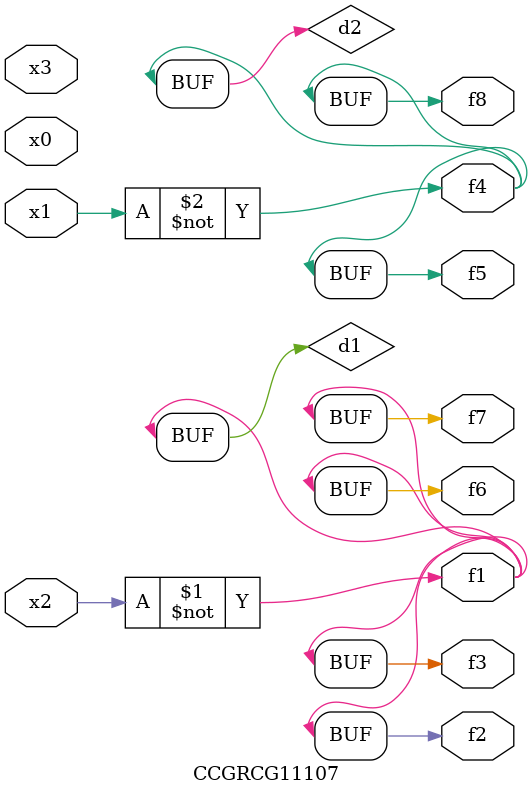
<source format=v>
module CCGRCG11107(
	input x0, x1, x2, x3,
	output f1, f2, f3, f4, f5, f6, f7, f8
);

	wire d1, d2;

	xnor (d1, x2);
	not (d2, x1);
	assign f1 = d1;
	assign f2 = d1;
	assign f3 = d1;
	assign f4 = d2;
	assign f5 = d2;
	assign f6 = d1;
	assign f7 = d1;
	assign f8 = d2;
endmodule

</source>
